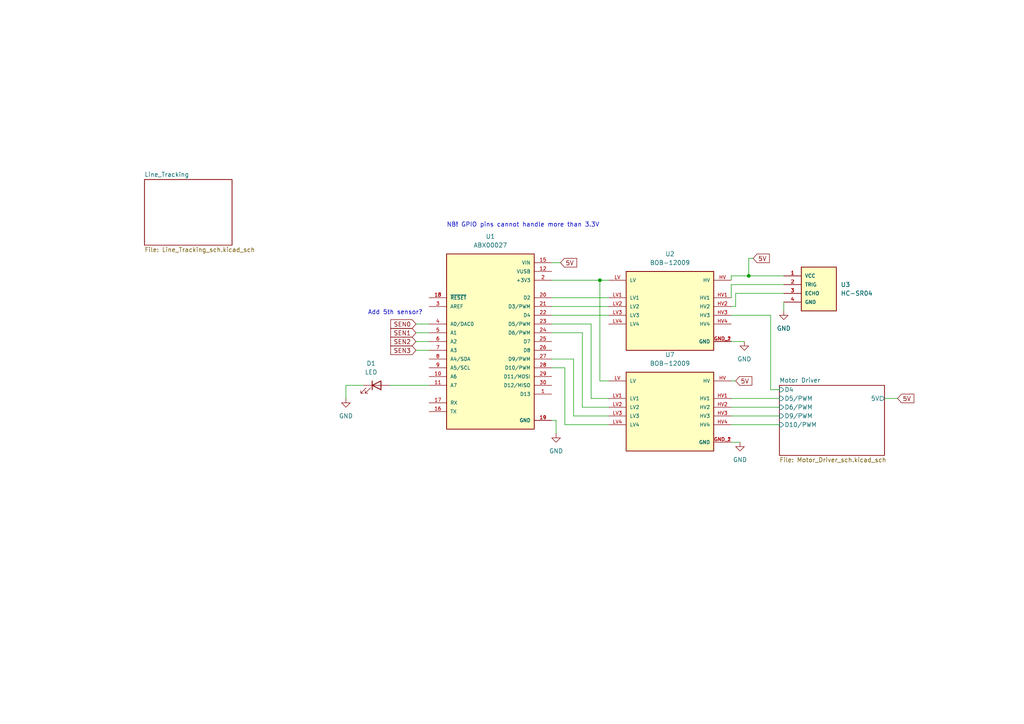
<source format=kicad_sch>
(kicad_sch (version 20211123) (generator eeschema)

  (uuid 3bb0634e-6d15-48de-87e1-6036803e85a1)

  (paper "A4")

  (title_block
    (title "Line Following Robot Schematic")
    (date "2023-08-06")
    (rev "v1.0")
    (comment 2 "EEE3099F")
    (comment 3 "University of Cape Town")
    (comment 4 "Friso Vijverberg")
  )

  (lib_symbols
    (symbol "Arduino_Nano_33_IoT:ABX00027" (pin_names (offset 1.016)) (in_bom yes) (on_board yes)
      (property "Reference" "U" (id 0) (at -12.7 26.67 0)
        (effects (font (size 1.27 1.27)) (justify left bottom))
      )
      (property "Value" "ABX00027" (id 1) (at -12.7 -26.67 0)
        (effects (font (size 1.27 1.27)) (justify left top))
      )
      (property "Footprint" "MODULE_ABX00027" (id 2) (at 0 0 0)
        (effects (font (size 1.27 1.27)) (justify bottom) hide)
      )
      (property "Datasheet" "" (id 3) (at 0 0 0)
        (effects (font (size 1.27 1.27)) hide)
      )
      (property "MF" "Arduino" (id 4) (at 0 0 0)
        (effects (font (size 1.27 1.27)) (justify bottom) hide)
      )
      (property "DESCRIPTION" "ATSAMD21G18A Arduino Nano 33 IoT SAM D ARM® Cortex®-M0+ MCU 32-Bit Embedded Evaluation Board" (id 5) (at 0 0 0)
        (effects (font (size 1.27 1.27)) (justify bottom) hide)
      )
      (property "PACKAGE" "None" (id 6) (at 0 0 0)
        (effects (font (size 1.27 1.27)) (justify bottom) hide)
      )
      (property "PRICE" "None" (id 7) (at 0 0 0)
        (effects (font (size 1.27 1.27)) (justify bottom) hide)
      )
      (property "MP" "ABX00027" (id 8) (at 0 0 0)
        (effects (font (size 1.27 1.27)) (justify bottom) hide)
      )
      (property "DIGIKEY-PURCHASE-URL" "https://snapeda.com/shop?store=DigiKey&id=3949339" (id 9) (at 0 0 0)
        (effects (font (size 1.27 1.27)) (justify bottom) hide)
      )
      (property "AVAILABILITY" "Unavailable" (id 10) (at 0 0 0)
        (effects (font (size 1.27 1.27)) (justify bottom) hide)
      )
      (symbol "ABX00027_0_0"
        (rectangle (start -12.7 -25.4) (end 12.7 25.4)
          (stroke (width 0.254) (type default) (color 0 0 0 0))
          (fill (type background))
        )
        (pin bidirectional line (at 17.78 -15.24 180) (length 5.08)
          (name "D13" (effects (font (size 1.016 1.016))))
          (number "1" (effects (font (size 1.016 1.016))))
        )
        (pin input line (at -17.78 -10.16 0) (length 5.08)
          (name "A6" (effects (font (size 1.016 1.016))))
          (number "10" (effects (font (size 1.016 1.016))))
        )
        (pin input line (at -17.78 -12.7 0) (length 5.08)
          (name "A7" (effects (font (size 1.016 1.016))))
          (number "11" (effects (font (size 1.016 1.016))))
        )
        (pin power_in line (at 17.78 20.32 180) (length 5.08)
          (name "VUSB" (effects (font (size 1.016 1.016))))
          (number "12" (effects (font (size 1.016 1.016))))
        )
        (pin input line (at -17.78 12.7 0) (length 5.08)
          (name "~{RESET}" (effects (font (size 1.016 1.016))))
          (number "13" (effects (font (size 1.016 1.016))))
        )
        (pin power_in line (at 17.78 -22.86 180) (length 5.08)
          (name "GND" (effects (font (size 1.016 1.016))))
          (number "14" (effects (font (size 1.016 1.016))))
        )
        (pin power_in line (at 17.78 22.86 180) (length 5.08)
          (name "VIN" (effects (font (size 1.016 1.016))))
          (number "15" (effects (font (size 1.016 1.016))))
        )
        (pin bidirectional line (at -17.78 -20.32 0) (length 5.08)
          (name "TX" (effects (font (size 1.016 1.016))))
          (number "16" (effects (font (size 1.016 1.016))))
        )
        (pin bidirectional line (at -17.78 -17.78 0) (length 5.08)
          (name "RX" (effects (font (size 1.016 1.016))))
          (number "17" (effects (font (size 1.016 1.016))))
        )
        (pin input line (at -17.78 12.7 0) (length 5.08)
          (name "~{RESET}" (effects (font (size 1.016 1.016))))
          (number "18" (effects (font (size 1.016 1.016))))
        )
        (pin power_in line (at 17.78 -22.86 180) (length 5.08)
          (name "GND" (effects (font (size 1.016 1.016))))
          (number "19" (effects (font (size 1.016 1.016))))
        )
        (pin power_in line (at 17.78 17.78 180) (length 5.08)
          (name "+3V3" (effects (font (size 1.016 1.016))))
          (number "2" (effects (font (size 1.016 1.016))))
        )
        (pin bidirectional line (at 17.78 12.7 180) (length 5.08)
          (name "D2" (effects (font (size 1.016 1.016))))
          (number "20" (effects (font (size 1.016 1.016))))
        )
        (pin bidirectional line (at 17.78 10.16 180) (length 5.08)
          (name "D3/PWM" (effects (font (size 1.016 1.016))))
          (number "21" (effects (font (size 1.016 1.016))))
        )
        (pin bidirectional line (at 17.78 7.62 180) (length 5.08)
          (name "D4" (effects (font (size 1.016 1.016))))
          (number "22" (effects (font (size 1.016 1.016))))
        )
        (pin bidirectional line (at 17.78 5.08 180) (length 5.08)
          (name "D5/PWM" (effects (font (size 1.016 1.016))))
          (number "23" (effects (font (size 1.016 1.016))))
        )
        (pin bidirectional line (at 17.78 2.54 180) (length 5.08)
          (name "D6/PWM" (effects (font (size 1.016 1.016))))
          (number "24" (effects (font (size 1.016 1.016))))
        )
        (pin bidirectional line (at 17.78 0 180) (length 5.08)
          (name "D7" (effects (font (size 1.016 1.016))))
          (number "25" (effects (font (size 1.016 1.016))))
        )
        (pin bidirectional line (at 17.78 -2.54 180) (length 5.08)
          (name "D8" (effects (font (size 1.016 1.016))))
          (number "26" (effects (font (size 1.016 1.016))))
        )
        (pin bidirectional line (at 17.78 -5.08 180) (length 5.08)
          (name "D9/PWM" (effects (font (size 1.016 1.016))))
          (number "27" (effects (font (size 1.016 1.016))))
        )
        (pin bidirectional line (at 17.78 -7.62 180) (length 5.08)
          (name "D10/PWM" (effects (font (size 1.016 1.016))))
          (number "28" (effects (font (size 1.016 1.016))))
        )
        (pin bidirectional line (at 17.78 -10.16 180) (length 5.08)
          (name "D11/MOSI" (effects (font (size 1.016 1.016))))
          (number "29" (effects (font (size 1.016 1.016))))
        )
        (pin input line (at -17.78 10.16 0) (length 5.08)
          (name "AREF" (effects (font (size 1.016 1.016))))
          (number "3" (effects (font (size 1.016 1.016))))
        )
        (pin bidirectional line (at 17.78 -12.7 180) (length 5.08)
          (name "D12/MISO" (effects (font (size 1.016 1.016))))
          (number "30" (effects (font (size 1.016 1.016))))
        )
        (pin bidirectional line (at -17.78 5.08 0) (length 5.08)
          (name "A0/DAC0" (effects (font (size 1.016 1.016))))
          (number "4" (effects (font (size 1.016 1.016))))
        )
        (pin input line (at -17.78 2.54 0) (length 5.08)
          (name "A1" (effects (font (size 1.016 1.016))))
          (number "5" (effects (font (size 1.016 1.016))))
        )
        (pin input line (at -17.78 0 0) (length 5.08)
          (name "A2" (effects (font (size 1.016 1.016))))
          (number "6" (effects (font (size 1.016 1.016))))
        )
        (pin input line (at -17.78 -2.54 0) (length 5.08)
          (name "A3" (effects (font (size 1.016 1.016))))
          (number "7" (effects (font (size 1.016 1.016))))
        )
        (pin input line (at -17.78 -5.08 0) (length 5.08)
          (name "A4/SDA" (effects (font (size 1.016 1.016))))
          (number "8" (effects (font (size 1.016 1.016))))
        )
        (pin input line (at -17.78 -7.62 0) (length 5.08)
          (name "A5/SCL" (effects (font (size 1.016 1.016))))
          (number "9" (effects (font (size 1.016 1.016))))
        )
      )
    )
    (symbol "BOB-12009:BOB-12009" (pin_names (offset 1.016)) (in_bom yes) (on_board yes)
      (property "Reference" "U" (id 0) (at -12.7 11.43 0)
        (effects (font (size 1.27 1.27)) (justify left bottom))
      )
      (property "Value" "BOB-12009" (id 1) (at -12.7 -15.24 0)
        (effects (font (size 1.27 1.27)) (justify left bottom))
      )
      (property "Footprint" "CONV_BOB-12009" (id 2) (at 0 0 0)
        (effects (font (size 1.27 1.27)) (justify bottom) hide)
      )
      (property "Datasheet" "" (id 3) (at 0 0 0)
        (effects (font (size 1.27 1.27)) hide)
      )
      (property "PARTREV" "01" (id 4) (at 0 0 0)
        (effects (font (size 1.27 1.27)) (justify bottom) hide)
      )
      (property "STANDARD" "Manufacturer Recommendations" (id 5) (at 0 0 0)
        (effects (font (size 1.27 1.27)) (justify bottom) hide)
      )
      (property "MAXIMUM_PACKAGE_HEIGHT" "N/A" (id 6) (at 0 0 0)
        (effects (font (size 1.27 1.27)) (justify bottom) hide)
      )
      (property "MANUFACTURER" "SparkFun Electronics" (id 7) (at 0 0 0)
        (effects (font (size 1.27 1.27)) (justify bottom) hide)
      )
      (symbol "BOB-12009_0_0"
        (rectangle (start -12.7 -12.7) (end 12.7 10.16)
          (stroke (width 0.254) (type default) (color 0 0 0 0))
          (fill (type background))
        )
        (pin power_in line (at 17.78 -10.16 180) (length 5.08)
          (name "GND" (effects (font (size 1.016 1.016))))
          (number "GND_1" (effects (font (size 1.016 1.016))))
        )
        (pin power_in line (at 17.78 -10.16 180) (length 5.08)
          (name "GND" (effects (font (size 1.016 1.016))))
          (number "GND_2" (effects (font (size 1.016 1.016))))
        )
        (pin bidirectional line (at 17.78 7.62 180) (length 5.08)
          (name "HV" (effects (font (size 1.016 1.016))))
          (number "HV" (effects (font (size 1.016 1.016))))
        )
        (pin bidirectional line (at 17.78 2.54 180) (length 5.08)
          (name "HV1" (effects (font (size 1.016 1.016))))
          (number "HV1" (effects (font (size 1.016 1.016))))
        )
        (pin bidirectional line (at 17.78 0 180) (length 5.08)
          (name "HV2" (effects (font (size 1.016 1.016))))
          (number "HV2" (effects (font (size 1.016 1.016))))
        )
        (pin bidirectional line (at 17.78 -2.54 180) (length 5.08)
          (name "HV3" (effects (font (size 1.016 1.016))))
          (number "HV3" (effects (font (size 1.016 1.016))))
        )
        (pin bidirectional line (at 17.78 -5.08 180) (length 5.08)
          (name "HV4" (effects (font (size 1.016 1.016))))
          (number "HV4" (effects (font (size 1.016 1.016))))
        )
        (pin bidirectional line (at -17.78 7.62 0) (length 5.08)
          (name "LV" (effects (font (size 1.016 1.016))))
          (number "LV" (effects (font (size 1.016 1.016))))
        )
        (pin bidirectional line (at -17.78 2.54 0) (length 5.08)
          (name "LV1" (effects (font (size 1.016 1.016))))
          (number "LV1" (effects (font (size 1.016 1.016))))
        )
        (pin bidirectional line (at -17.78 0 0) (length 5.08)
          (name "LV2" (effects (font (size 1.016 1.016))))
          (number "LV2" (effects (font (size 1.016 1.016))))
        )
        (pin bidirectional line (at -17.78 -2.54 0) (length 5.08)
          (name "LV3" (effects (font (size 1.016 1.016))))
          (number "LV3" (effects (font (size 1.016 1.016))))
        )
        (pin bidirectional line (at -17.78 -5.08 0) (length 5.08)
          (name "LV4" (effects (font (size 1.016 1.016))))
          (number "LV4" (effects (font (size 1.016 1.016))))
        )
      )
    )
    (symbol "Device:LED" (pin_numbers hide) (pin_names (offset 1.016) hide) (in_bom yes) (on_board yes)
      (property "Reference" "D" (id 0) (at 0 2.54 0)
        (effects (font (size 1.27 1.27)))
      )
      (property "Value" "LED" (id 1) (at 0 -2.54 0)
        (effects (font (size 1.27 1.27)))
      )
      (property "Footprint" "" (id 2) (at 0 0 0)
        (effects (font (size 1.27 1.27)) hide)
      )
      (property "Datasheet" "~" (id 3) (at 0 0 0)
        (effects (font (size 1.27 1.27)) hide)
      )
      (property "ki_keywords" "LED diode" (id 4) (at 0 0 0)
        (effects (font (size 1.27 1.27)) hide)
      )
      (property "ki_description" "Light emitting diode" (id 5) (at 0 0 0)
        (effects (font (size 1.27 1.27)) hide)
      )
      (property "ki_fp_filters" "LED* LED_SMD:* LED_THT:*" (id 6) (at 0 0 0)
        (effects (font (size 1.27 1.27)) hide)
      )
      (symbol "LED_0_1"
        (polyline
          (pts
            (xy -1.27 -1.27)
            (xy -1.27 1.27)
          )
          (stroke (width 0.254) (type default) (color 0 0 0 0))
          (fill (type none))
        )
        (polyline
          (pts
            (xy -1.27 0)
            (xy 1.27 0)
          )
          (stroke (width 0) (type default) (color 0 0 0 0))
          (fill (type none))
        )
        (polyline
          (pts
            (xy 1.27 -1.27)
            (xy 1.27 1.27)
            (xy -1.27 0)
            (xy 1.27 -1.27)
          )
          (stroke (width 0.254) (type default) (color 0 0 0 0))
          (fill (type none))
        )
        (polyline
          (pts
            (xy -3.048 -0.762)
            (xy -4.572 -2.286)
            (xy -3.81 -2.286)
            (xy -4.572 -2.286)
            (xy -4.572 -1.524)
          )
          (stroke (width 0) (type default) (color 0 0 0 0))
          (fill (type none))
        )
        (polyline
          (pts
            (xy -1.778 -0.762)
            (xy -3.302 -2.286)
            (xy -2.54 -2.286)
            (xy -3.302 -2.286)
            (xy -3.302 -1.524)
          )
          (stroke (width 0) (type default) (color 0 0 0 0))
          (fill (type none))
        )
      )
      (symbol "LED_1_1"
        (pin passive line (at -3.81 0 0) (length 2.54)
          (name "K" (effects (font (size 1.27 1.27))))
          (number "1" (effects (font (size 1.27 1.27))))
        )
        (pin passive line (at 3.81 0 180) (length 2.54)
          (name "A" (effects (font (size 1.27 1.27))))
          (number "2" (effects (font (size 1.27 1.27))))
        )
      )
    )
    (symbol "HC-SR04:HC-SR04" (pin_names (offset 1.016)) (in_bom yes) (on_board yes)
      (property "Reference" "U" (id 0) (at 0 5.0813 0)
        (effects (font (size 1.27 1.27)) (justify left bottom))
      )
      (property "Value" "HC-SR04" (id 1) (at 0 -10.163 0)
        (effects (font (size 1.27 1.27)) (justify left bottom))
      )
      (property "Footprint" "XCVR_HC-SR04" (id 2) (at 0 0 0)
        (effects (font (size 1.27 1.27)) (justify bottom) hide)
      )
      (property "Datasheet" "" (id 3) (at 0 0 0)
        (effects (font (size 1.27 1.27)) hide)
      )
      (property "MANUFACTURER" "Osepp" (id 4) (at 0 0 0)
        (effects (font (size 1.27 1.27)) (justify bottom) hide)
      )
      (symbol "HC-SR04_0_0"
        (rectangle (start 0 -7.62) (end 10.16 5.08)
          (stroke (width 0.254) (type default) (color 0 0 0 0))
          (fill (type background))
        )
        (pin power_in line (at -5.08 2.54 0) (length 5.08)
          (name "VCC" (effects (font (size 1.016 1.016))))
          (number "1" (effects (font (size 1.016 1.016))))
        )
        (pin bidirectional line (at -5.08 0 0) (length 5.08)
          (name "TRIG" (effects (font (size 1.016 1.016))))
          (number "2" (effects (font (size 1.016 1.016))))
        )
        (pin bidirectional line (at -5.08 -2.54 0) (length 5.08)
          (name "ECHO" (effects (font (size 1.016 1.016))))
          (number "3" (effects (font (size 1.016 1.016))))
        )
        (pin power_in line (at -5.08 -5.08 0) (length 5.08)
          (name "GND" (effects (font (size 1.016 1.016))))
          (number "4" (effects (font (size 1.016 1.016))))
        )
      )
    )
    (symbol "power:GND" (power) (pin_names (offset 0)) (in_bom yes) (on_board yes)
      (property "Reference" "#PWR" (id 0) (at 0 -6.35 0)
        (effects (font (size 1.27 1.27)) hide)
      )
      (property "Value" "GND" (id 1) (at 0 -3.81 0)
        (effects (font (size 1.27 1.27)))
      )
      (property "Footprint" "" (id 2) (at 0 0 0)
        (effects (font (size 1.27 1.27)) hide)
      )
      (property "Datasheet" "" (id 3) (at 0 0 0)
        (effects (font (size 1.27 1.27)) hide)
      )
      (property "ki_keywords" "power-flag" (id 4) (at 0 0 0)
        (effects (font (size 1.27 1.27)) hide)
      )
      (property "ki_description" "Power symbol creates a global label with name \"GND\" , ground" (id 5) (at 0 0 0)
        (effects (font (size 1.27 1.27)) hide)
      )
      (symbol "GND_0_1"
        (polyline
          (pts
            (xy 0 0)
            (xy 0 -1.27)
            (xy 1.27 -1.27)
            (xy 0 -2.54)
            (xy -1.27 -1.27)
            (xy 0 -1.27)
          )
          (stroke (width 0) (type default) (color 0 0 0 0))
          (fill (type none))
        )
      )
      (symbol "GND_1_1"
        (pin power_in line (at 0 0 270) (length 0) hide
          (name "GND" (effects (font (size 1.27 1.27))))
          (number "1" (effects (font (size 1.27 1.27))))
        )
      )
    )
  )

  (junction (at 173.99 81.28) (diameter 0) (color 0 0 0 0)
    (uuid 3a945cc8-e07e-4121-8feb-fe145b12455b)
  )
  (junction (at 217.17 80.01) (diameter 0) (color 0 0 0 0)
    (uuid 6be474f0-4350-4d35-b009-355397725a1c)
  )

  (wire (pts (xy 166.37 120.65) (xy 176.53 120.65))
    (stroke (width 0) (type default) (color 0 0 0 0))
    (uuid 007a74d9-3b85-40b7-8986-98ba7cdee330)
  )
  (wire (pts (xy 218.44 74.93) (xy 217.17 74.93))
    (stroke (width 0) (type default) (color 0 0 0 0))
    (uuid 07bc0666-b004-4f35-b9c0-1bab2cf9741e)
  )
  (wire (pts (xy 120.65 99.06) (xy 124.46 99.06))
    (stroke (width 0) (type default) (color 0 0 0 0))
    (uuid 0d792834-bc31-4b80-b6d6-3217efe64d66)
  )
  (wire (pts (xy 168.91 118.11) (xy 168.91 96.52))
    (stroke (width 0) (type default) (color 0 0 0 0))
    (uuid 126b5327-c972-4b55-8a78-5fe9592dd04d)
  )
  (wire (pts (xy 168.91 118.11) (xy 176.53 118.11))
    (stroke (width 0) (type default) (color 0 0 0 0))
    (uuid 19ec985e-17ab-4a74-834b-c4466928f77d)
  )
  (wire (pts (xy 120.65 101.6) (xy 124.46 101.6))
    (stroke (width 0) (type default) (color 0 0 0 0))
    (uuid 1a241f40-f903-4ab2-9649-61eadfcb47c7)
  )
  (wire (pts (xy 212.09 80.01) (xy 217.17 80.01))
    (stroke (width 0) (type default) (color 0 0 0 0))
    (uuid 1c41584f-8d23-40a6-8af5-fcd23db94d3f)
  )
  (wire (pts (xy 160.02 81.28) (xy 173.99 81.28))
    (stroke (width 0) (type default) (color 0 0 0 0))
    (uuid 2ad5ad7c-7052-42fc-bccc-373588cba447)
  )
  (wire (pts (xy 160.02 86.36) (xy 176.53 86.36))
    (stroke (width 0) (type default) (color 0 0 0 0))
    (uuid 2c74d53e-28e8-48a2-bb2d-12c56fca21a4)
  )
  (wire (pts (xy 212.09 115.57) (xy 226.06 115.57))
    (stroke (width 0) (type default) (color 0 0 0 0))
    (uuid 2db1297e-58de-4348-99e6-8f96ff0bbf72)
  )
  (wire (pts (xy 217.17 80.01) (xy 227.33 80.01))
    (stroke (width 0) (type default) (color 0 0 0 0))
    (uuid 34d883fa-9f33-4def-b7c1-586ad0fbb66e)
  )
  (wire (pts (xy 212.09 86.36) (xy 212.09 82.55))
    (stroke (width 0) (type default) (color 0 0 0 0))
    (uuid 37c2cb6e-d261-48f3-b5bd-22fd284b973f)
  )
  (wire (pts (xy 173.99 81.28) (xy 176.53 81.28))
    (stroke (width 0) (type default) (color 0 0 0 0))
    (uuid 3f0ea152-bd0c-45c4-99e5-8384683ae97d)
  )
  (wire (pts (xy 171.45 93.98) (xy 171.45 115.57))
    (stroke (width 0) (type default) (color 0 0 0 0))
    (uuid 41b8833a-64b1-4914-acae-b41d8e62555d)
  )
  (wire (pts (xy 212.09 99.06) (xy 215.9 99.06))
    (stroke (width 0) (type default) (color 0 0 0 0))
    (uuid 423f3e18-bc0c-4bd7-bdc3-288e1a408650)
  )
  (wire (pts (xy 213.36 88.9) (xy 213.36 85.09))
    (stroke (width 0) (type default) (color 0 0 0 0))
    (uuid 47da04d3-878b-44e3-8f9b-e185d3d4a2f4)
  )
  (wire (pts (xy 168.91 96.52) (xy 160.02 96.52))
    (stroke (width 0) (type default) (color 0 0 0 0))
    (uuid 4e0ebd34-4f5c-456b-bd65-dd6542ac4010)
  )
  (wire (pts (xy 212.09 81.28) (xy 212.09 80.01))
    (stroke (width 0) (type default) (color 0 0 0 0))
    (uuid 630f9c32-1c1e-4eeb-b973-6c325c740203)
  )
  (wire (pts (xy 163.83 106.68) (xy 163.83 123.19))
    (stroke (width 0) (type default) (color 0 0 0 0))
    (uuid 6436313f-7985-413f-9ebc-90772d1cd28d)
  )
  (wire (pts (xy 120.65 93.98) (xy 124.46 93.98))
    (stroke (width 0) (type default) (color 0 0 0 0))
    (uuid 6de30589-ecaf-49ce-a5b5-ff657b831d05)
  )
  (wire (pts (xy 212.09 118.11) (xy 226.06 118.11))
    (stroke (width 0) (type default) (color 0 0 0 0))
    (uuid 72b499f6-7da5-4e1f-b516-bf6eb6129df6)
  )
  (wire (pts (xy 173.99 110.49) (xy 173.99 81.28))
    (stroke (width 0) (type default) (color 0 0 0 0))
    (uuid 740d7cd2-a2c3-423d-85b4-6c42bc1e4e90)
  )
  (wire (pts (xy 160.02 93.98) (xy 171.45 93.98))
    (stroke (width 0) (type default) (color 0 0 0 0))
    (uuid 767e595f-8461-42e4-a028-548d6327c3d5)
  )
  (wire (pts (xy 176.53 110.49) (xy 173.99 110.49))
    (stroke (width 0) (type default) (color 0 0 0 0))
    (uuid 772c0b58-3e2b-4868-b19f-4eb5897d1ffa)
  )
  (wire (pts (xy 160.02 91.44) (xy 176.53 91.44))
    (stroke (width 0) (type default) (color 0 0 0 0))
    (uuid 77c9a2f1-3fab-4d3f-8b9f-ab3f6c24761e)
  )
  (wire (pts (xy 213.36 85.09) (xy 227.33 85.09))
    (stroke (width 0) (type default) (color 0 0 0 0))
    (uuid 7a0b91a2-db65-4922-b9ea-f1699cee69cc)
  )
  (wire (pts (xy 212.09 120.65) (xy 226.06 120.65))
    (stroke (width 0) (type default) (color 0 0 0 0))
    (uuid 7cb60e2e-20e4-4577-864f-d6acc62badcd)
  )
  (wire (pts (xy 256.54 115.57) (xy 260.35 115.57))
    (stroke (width 0) (type default) (color 0 0 0 0))
    (uuid 7d1ff1ad-5b65-4479-bddd-7adab5cb9741)
  )
  (wire (pts (xy 212.09 91.44) (xy 223.52 91.44))
    (stroke (width 0) (type default) (color 0 0 0 0))
    (uuid 8169ed6b-0c33-42b8-ac0b-1f0d325e1719)
  )
  (wire (pts (xy 163.83 123.19) (xy 176.53 123.19))
    (stroke (width 0) (type default) (color 0 0 0 0))
    (uuid 84139207-9b53-4532-b5f2-7609ad32efa3)
  )
  (wire (pts (xy 160.02 88.9) (xy 176.53 88.9))
    (stroke (width 0) (type default) (color 0 0 0 0))
    (uuid 848134cb-d223-4f0c-96a3-aa6d08d296ac)
  )
  (wire (pts (xy 160.02 121.92) (xy 161.29 121.92))
    (stroke (width 0) (type default) (color 0 0 0 0))
    (uuid 86596ead-92bf-4dba-8302-a783e0707dd7)
  )
  (wire (pts (xy 100.33 111.76) (xy 105.41 111.76))
    (stroke (width 0) (type default) (color 0 0 0 0))
    (uuid 8a9ce0b6-bd1c-4a0d-b562-01bb7d1bf0d6)
  )
  (wire (pts (xy 212.09 123.19) (xy 226.06 123.19))
    (stroke (width 0) (type default) (color 0 0 0 0))
    (uuid 9c1eea7f-5ccd-4ef6-ab2c-7a76028fc0ff)
  )
  (wire (pts (xy 160.02 106.68) (xy 163.83 106.68))
    (stroke (width 0) (type default) (color 0 0 0 0))
    (uuid a2b66be9-d1b1-48b7-9ff4-866228893086)
  )
  (wire (pts (xy 166.37 104.14) (xy 166.37 120.65))
    (stroke (width 0) (type default) (color 0 0 0 0))
    (uuid a3a89a72-e530-4ed3-b46c-d092eec16357)
  )
  (wire (pts (xy 223.52 113.03) (xy 226.06 113.03))
    (stroke (width 0) (type default) (color 0 0 0 0))
    (uuid a44043e6-9e91-4d8d-878d-7150c62f8861)
  )
  (wire (pts (xy 227.33 87.63) (xy 227.33 90.17))
    (stroke (width 0) (type default) (color 0 0 0 0))
    (uuid b1cd4fe7-ec37-4d8c-86c7-0348690e171f)
  )
  (wire (pts (xy 120.65 96.52) (xy 124.46 96.52))
    (stroke (width 0) (type default) (color 0 0 0 0))
    (uuid b5486811-7ccb-40d5-874d-9b1ee7ddeedd)
  )
  (wire (pts (xy 223.52 91.44) (xy 223.52 113.03))
    (stroke (width 0) (type default) (color 0 0 0 0))
    (uuid b972836c-5cf0-4e8c-a9a7-6449ab5794f3)
  )
  (wire (pts (xy 212.09 110.49) (xy 213.36 110.49))
    (stroke (width 0) (type default) (color 0 0 0 0))
    (uuid c387067a-0355-4a57-b8c4-4c8fb8a89b33)
  )
  (wire (pts (xy 113.03 111.76) (xy 124.46 111.76))
    (stroke (width 0) (type default) (color 0 0 0 0))
    (uuid c7f22723-4af1-4278-ae8a-6c4ee370f6d6)
  )
  (wire (pts (xy 100.33 115.57) (xy 100.33 111.76))
    (stroke (width 0) (type default) (color 0 0 0 0))
    (uuid cf33ce67-77e0-4fa7-9f0f-599e4eab1a6a)
  )
  (wire (pts (xy 160.02 104.14) (xy 166.37 104.14))
    (stroke (width 0) (type default) (color 0 0 0 0))
    (uuid d247281d-83e7-45fe-b165-8972d724e539)
  )
  (wire (pts (xy 212.09 88.9) (xy 213.36 88.9))
    (stroke (width 0) (type default) (color 0 0 0 0))
    (uuid d5e7cbb7-8ef8-4e36-935c-d3381e161b28)
  )
  (wire (pts (xy 212.09 82.55) (xy 227.33 82.55))
    (stroke (width 0) (type default) (color 0 0 0 0))
    (uuid d7dd5a45-75c8-4615-9d06-35bd4d027013)
  )
  (wire (pts (xy 162.56 76.2) (xy 160.02 76.2))
    (stroke (width 0) (type default) (color 0 0 0 0))
    (uuid e6fe3606-e16c-4b4e-b7f2-8465b043864c)
  )
  (wire (pts (xy 212.09 128.27) (xy 214.63 128.27))
    (stroke (width 0) (type default) (color 0 0 0 0))
    (uuid eba2c5ce-af1e-4d8b-b8c0-217fa5ba0fa2)
  )
  (wire (pts (xy 217.17 74.93) (xy 217.17 80.01))
    (stroke (width 0) (type default) (color 0 0 0 0))
    (uuid f2745e8a-6720-4006-843a-94c6e742171f)
  )
  (wire (pts (xy 171.45 115.57) (xy 176.53 115.57))
    (stroke (width 0) (type default) (color 0 0 0 0))
    (uuid f5e61439-449d-45e1-8640-e7f0522f7688)
  )
  (wire (pts (xy 161.29 121.92) (xy 161.29 125.73))
    (stroke (width 0) (type default) (color 0 0 0 0))
    (uuid f7f63919-3a42-4564-95d5-4a64b2cb925f)
  )

  (text "Add 5th sensor?\n" (at 106.68 91.44 0)
    (effects (font (size 1.27 1.27)) (justify left bottom))
    (uuid 47d6d33a-55e0-4dd7-b90a-12ee4b7d4ccc)
  )
  (text "NB! GPIO pins cannot handle more than 3.3V" (at 129.54 66.04 0)
    (effects (font (size 1.27 1.27)) (justify left bottom))
    (uuid f35efe7a-85e9-4e1b-9434-de9569128b46)
  )

  (global_label "SEN0" (shape input) (at 120.65 93.98 180) (fields_autoplaced)
    (effects (font (size 1.27 1.27)) (justify right))
    (uuid 1e914e9b-bc11-409a-87cb-22c16eb15fa0)
    (property "Intersheet References" "${INTERSHEET_REFS}" (id 0) (at 113.3383 93.9006 0)
      (effects (font (size 1.27 1.27)) (justify right) hide)
    )
  )
  (global_label "5V" (shape input) (at 218.44 74.93 0) (fields_autoplaced)
    (effects (font (size 1.27 1.27)) (justify left))
    (uuid 508c19ed-8283-4362-954f-fd21ddf2b4af)
    (property "Intersheet References" "${INTERSHEET_REFS}" (id 0) (at 223.1512 74.8506 0)
      (effects (font (size 1.27 1.27)) (justify left) hide)
    )
  )
  (global_label "SEN2" (shape input) (at 120.65 99.06 180) (fields_autoplaced)
    (effects (font (size 1.27 1.27)) (justify right))
    (uuid 8ee9a62e-94e8-470e-b423-4172b264c53d)
    (property "Intersheet References" "${INTERSHEET_REFS}" (id 0) (at 113.3383 98.9806 0)
      (effects (font (size 1.27 1.27)) (justify right) hide)
    )
  )
  (global_label "5V" (shape input) (at 213.36 110.49 0) (fields_autoplaced)
    (effects (font (size 1.27 1.27)) (justify left))
    (uuid b5f558aa-d978-4b90-8eff-e21fc936a75d)
    (property "Intersheet References" "${INTERSHEET_REFS}" (id 0) (at 218.0712 110.4106 0)
      (effects (font (size 1.27 1.27)) (justify left) hide)
    )
  )
  (global_label "SEN1" (shape input) (at 120.65 96.52 180) (fields_autoplaced)
    (effects (font (size 1.27 1.27)) (justify right))
    (uuid c5a627df-7517-4b09-b17a-43e17bee7863)
    (property "Intersheet References" "${INTERSHEET_REFS}" (id 0) (at 113.3383 96.4406 0)
      (effects (font (size 1.27 1.27)) (justify right) hide)
    )
  )
  (global_label "5V" (shape input) (at 260.35 115.57 0) (fields_autoplaced)
    (effects (font (size 1.27 1.27)) (justify left))
    (uuid daff9376-69af-4f81-bcb9-fd3062eb2cb2)
    (property "Intersheet References" "${INTERSHEET_REFS}" (id 0) (at 265.0612 115.4906 0)
      (effects (font (size 1.27 1.27)) (justify left) hide)
    )
  )
  (global_label "5V" (shape input) (at 162.56 76.2 0) (fields_autoplaced)
    (effects (font (size 1.27 1.27)) (justify left))
    (uuid e4815a64-67bc-4279-8d2d-958db535aaec)
    (property "Intersheet References" "${INTERSHEET_REFS}" (id 0) (at 167.2712 76.1206 0)
      (effects (font (size 1.27 1.27)) (justify left) hide)
    )
  )
  (global_label "SEN3" (shape input) (at 120.65 101.6 180) (fields_autoplaced)
    (effects (font (size 1.27 1.27)) (justify right))
    (uuid f0af0240-74b0-40d2-9eb6-1914f5f9d8a0)
    (property "Intersheet References" "${INTERSHEET_REFS}" (id 0) (at 113.3383 101.5206 0)
      (effects (font (size 1.27 1.27)) (justify right) hide)
    )
  )

  (symbol (lib_id "Device:LED") (at 109.22 111.76 0) (unit 1)
    (in_bom yes) (on_board yes) (fields_autoplaced)
    (uuid 068f4445-91fc-40b1-8720-3ba0d678ebf9)
    (property "Reference" "D1" (id 0) (at 107.6325 105.41 0))
    (property "Value" "LED" (id 1) (at 107.6325 107.95 0))
    (property "Footprint" "" (id 2) (at 109.22 111.76 0)
      (effects (font (size 1.27 1.27)) hide)
    )
    (property "Datasheet" "~" (id 3) (at 109.22 111.76 0)
      (effects (font (size 1.27 1.27)) hide)
    )
    (pin "1" (uuid 8714b71c-c3a5-4400-b9da-ae9b4c16f55f))
    (pin "2" (uuid 3a2cfb8a-85a1-433f-a658-2002d9754c34))
  )

  (symbol (lib_id "power:GND") (at 214.63 128.27 0) (unit 1)
    (in_bom yes) (on_board yes) (fields_autoplaced)
    (uuid 3d9877e7-a944-40c0-bb3f-155908c3906b)
    (property "Reference" "#PWR0101" (id 0) (at 214.63 134.62 0)
      (effects (font (size 1.27 1.27)) hide)
    )
    (property "Value" "GND" (id 1) (at 214.63 133.35 0))
    (property "Footprint" "" (id 2) (at 214.63 128.27 0)
      (effects (font (size 1.27 1.27)) hide)
    )
    (property "Datasheet" "" (id 3) (at 214.63 128.27 0)
      (effects (font (size 1.27 1.27)) hide)
    )
    (pin "1" (uuid ff2f5c6c-0896-4061-8868-1a7e827213a6))
  )

  (symbol (lib_id "BOB-12009:BOB-12009") (at 194.31 118.11 0) (unit 1)
    (in_bom yes) (on_board yes) (fields_autoplaced)
    (uuid 86c8f08b-1bc9-41cf-aec5-2cd2d87b3a46)
    (property "Reference" "U7" (id 0) (at 194.31 102.87 0))
    (property "Value" "BOB-12009" (id 1) (at 194.31 105.41 0))
    (property "Footprint" "CONV_BOB-12009" (id 2) (at 194.31 118.11 0)
      (effects (font (size 1.27 1.27)) (justify bottom) hide)
    )
    (property "Datasheet" "" (id 3) (at 194.31 118.11 0)
      (effects (font (size 1.27 1.27)) hide)
    )
    (property "PARTREV" "01" (id 4) (at 194.31 118.11 0)
      (effects (font (size 1.27 1.27)) (justify bottom) hide)
    )
    (property "STANDARD" "Manufacturer Recommendations" (id 5) (at 194.31 118.11 0)
      (effects (font (size 1.27 1.27)) (justify bottom) hide)
    )
    (property "MAXIMUM_PACKAGE_HEIGHT" "N/A" (id 6) (at 194.31 118.11 0)
      (effects (font (size 1.27 1.27)) (justify bottom) hide)
    )
    (property "MANUFACTURER" "SparkFun Electronics" (id 7) (at 194.31 118.11 0)
      (effects (font (size 1.27 1.27)) (justify bottom) hide)
    )
    (pin "GND_1" (uuid 29ab1dea-f630-4f85-93f2-db7e477f1663))
    (pin "GND_2" (uuid c335b98a-2978-4d0e-be8c-7a48d72247f0))
    (pin "HV" (uuid f1298639-4677-47c6-84a8-5dd3b6fd31b8))
    (pin "HV1" (uuid eb5212b8-af2d-4f82-8787-9f0295286c50))
    (pin "HV2" (uuid 1d2923ec-a0d1-4cac-a528-a1d245e6dc20))
    (pin "HV3" (uuid 2d7744a7-af21-4e40-a728-adbac2eecd6a))
    (pin "HV4" (uuid a4bf806e-bc18-42e6-915f-569dcdb70247))
    (pin "LV" (uuid 748af324-97a8-4d9b-9b1b-002c27a5db2d))
    (pin "LV1" (uuid 2917da61-d2e9-45f2-ba72-483336bf1a55))
    (pin "LV2" (uuid b29bb0a4-11cb-4542-b6f5-6e76dfc04bd8))
    (pin "LV3" (uuid 90ce3435-cda5-4856-8a26-92d8b7ff8636))
    (pin "LV4" (uuid 6cda5296-0f34-42a0-9b0b-33e7f186be3b))
  )

  (symbol (lib_id "power:GND") (at 227.33 90.17 0) (unit 1)
    (in_bom yes) (on_board yes) (fields_autoplaced)
    (uuid 913a3871-57bc-44c7-a101-5c50ecc7d14b)
    (property "Reference" "#PWR04" (id 0) (at 227.33 96.52 0)
      (effects (font (size 1.27 1.27)) hide)
    )
    (property "Value" "GND" (id 1) (at 227.33 95.25 0))
    (property "Footprint" "" (id 2) (at 227.33 90.17 0)
      (effects (font (size 1.27 1.27)) hide)
    )
    (property "Datasheet" "" (id 3) (at 227.33 90.17 0)
      (effects (font (size 1.27 1.27)) hide)
    )
    (pin "1" (uuid 15fa2ef0-13fc-4180-8dd4-285291676c11))
  )

  (symbol (lib_id "HC-SR04:HC-SR04") (at 232.41 82.55 0) (unit 1)
    (in_bom yes) (on_board yes) (fields_autoplaced)
    (uuid b12a4002-be93-4f0c-85cd-b7e124ff5460)
    (property "Reference" "U3" (id 0) (at 243.84 82.5499 0)
      (effects (font (size 1.27 1.27)) (justify left))
    )
    (property "Value" "HC-SR04" (id 1) (at 243.84 85.0899 0)
      (effects (font (size 1.27 1.27)) (justify left))
    )
    (property "Footprint" "XCVR_HC-SR04" (id 2) (at 232.41 82.55 0)
      (effects (font (size 1.27 1.27)) (justify bottom) hide)
    )
    (property "Datasheet" "" (id 3) (at 232.41 82.55 0)
      (effects (font (size 1.27 1.27)) hide)
    )
    (property "MANUFACTURER" "Osepp" (id 4) (at 232.41 82.55 0)
      (effects (font (size 1.27 1.27)) (justify bottom) hide)
    )
    (pin "1" (uuid df803fd7-a257-44bd-9d60-076de516a5fe))
    (pin "2" (uuid 4bad7550-ad15-442a-ac3c-063d3ac7665d))
    (pin "3" (uuid 4494a6a8-d293-4a87-a736-ec8ec7070649))
    (pin "4" (uuid 89785edd-8bc1-476d-bea6-7f939d93d428))
  )

  (symbol (lib_id "BOB-12009:BOB-12009") (at 194.31 88.9 0) (unit 1)
    (in_bom yes) (on_board yes) (fields_autoplaced)
    (uuid bfcb43e5-5b9f-480b-9f5a-2b97e5cec4ce)
    (property "Reference" "U2" (id 0) (at 194.31 73.66 0))
    (property "Value" "BOB-12009" (id 1) (at 194.31 76.2 0))
    (property "Footprint" "CONV_BOB-12009" (id 2) (at 194.31 88.9 0)
      (effects (font (size 1.27 1.27)) (justify bottom) hide)
    )
    (property "Datasheet" "" (id 3) (at 194.31 88.9 0)
      (effects (font (size 1.27 1.27)) hide)
    )
    (property "PARTREV" "01" (id 4) (at 194.31 88.9 0)
      (effects (font (size 1.27 1.27)) (justify bottom) hide)
    )
    (property "STANDARD" "Manufacturer Recommendations" (id 5) (at 194.31 88.9 0)
      (effects (font (size 1.27 1.27)) (justify bottom) hide)
    )
    (property "MAXIMUM_PACKAGE_HEIGHT" "N/A" (id 6) (at 194.31 88.9 0)
      (effects (font (size 1.27 1.27)) (justify bottom) hide)
    )
    (property "MANUFACTURER" "SparkFun Electronics" (id 7) (at 194.31 88.9 0)
      (effects (font (size 1.27 1.27)) (justify bottom) hide)
    )
    (pin "GND_1" (uuid 415db00e-044e-4be4-beed-2156c1d60d74))
    (pin "GND_2" (uuid 0535c628-6fc2-4d11-9cd6-0e0aabaeef97))
    (pin "HV" (uuid 6c1f1a74-8dad-42fa-a39c-02f68ead969c))
    (pin "HV1" (uuid 3e16aea9-a4ea-4ec9-a3f6-39c6c9a9a636))
    (pin "HV2" (uuid 0d710a5e-a299-4676-a7d5-b9781e81dd31))
    (pin "HV3" (uuid ce1a2235-a713-46d5-84fd-4b475e79d2f5))
    (pin "HV4" (uuid 1008b47f-1a7b-4286-8f99-39f284ceeff7))
    (pin "LV" (uuid 7e975df6-4025-41e7-be84-5b45c51e37ed))
    (pin "LV1" (uuid 0d38efa6-3345-4fe3-be17-da4aa87af2ca))
    (pin "LV2" (uuid b3d8d2df-784d-4aae-96a6-f31cab48f717))
    (pin "LV3" (uuid 69ee852f-97bd-4dbf-a8c3-ca6295f13597))
    (pin "LV4" (uuid 3a310231-153b-4f4c-bf82-768efa56f92f))
  )

  (symbol (lib_id "Arduino_Nano_33_IoT:ABX00027") (at 142.24 99.06 0) (unit 1)
    (in_bom yes) (on_board yes) (fields_autoplaced)
    (uuid ccae42a2-6396-45c3-9edd-49bb15cfd708)
    (property "Reference" "U1" (id 0) (at 142.24 68.58 0))
    (property "Value" "ABX00027" (id 1) (at 142.24 71.12 0))
    (property "Footprint" "MODULE_ABX00027" (id 2) (at 142.24 99.06 0)
      (effects (font (size 1.27 1.27)) (justify bottom) hide)
    )
    (property "Datasheet" "" (id 3) (at 142.24 99.06 0)
      (effects (font (size 1.27 1.27)) hide)
    )
    (property "MF" "Arduino" (id 4) (at 142.24 99.06 0)
      (effects (font (size 1.27 1.27)) (justify bottom) hide)
    )
    (property "DESCRIPTION" "ATSAMD21G18A Arduino Nano 33 IoT SAM D ARM® Cortex®-M0+ MCU 32-Bit Embedded Evaluation Board" (id 5) (at 142.24 99.06 0)
      (effects (font (size 1.27 1.27)) (justify bottom) hide)
    )
    (property "PACKAGE" "None" (id 6) (at 142.24 99.06 0)
      (effects (font (size 1.27 1.27)) (justify bottom) hide)
    )
    (property "PRICE" "None" (id 7) (at 142.24 99.06 0)
      (effects (font (size 1.27 1.27)) (justify bottom) hide)
    )
    (property "MP" "ABX00027" (id 8) (at 142.24 99.06 0)
      (effects (font (size 1.27 1.27)) (justify bottom) hide)
    )
    (property "DIGIKEY-PURCHASE-URL" "https://snapeda.com/shop?store=DigiKey&id=3949339" (id 9) (at 142.24 99.06 0)
      (effects (font (size 1.27 1.27)) (justify bottom) hide)
    )
    (property "AVAILABILITY" "Unavailable" (id 10) (at 142.24 99.06 0)
      (effects (font (size 1.27 1.27)) (justify bottom) hide)
    )
    (pin "1" (uuid 28a152bb-e777-4492-b9bd-3be245fc2245))
    (pin "10" (uuid 5da83184-bd53-4234-86cd-174b6f06a0dc))
    (pin "11" (uuid 041d211b-d2e4-4479-b62e-866c47bd1c9c))
    (pin "12" (uuid 6da3f286-8cfc-4770-be20-e46f2b7c14b9))
    (pin "13" (uuid 55088cde-9c34-4a11-82c6-a42a1dfef7ee))
    (pin "14" (uuid 08a9a0aa-8bac-4c51-90b0-b9124dff6e50))
    (pin "15" (uuid f6ccc9b4-5bca-490a-ad28-b53c3c28d232))
    (pin "16" (uuid 6a40aaec-3968-4ee8-8609-3b9ed615ee40))
    (pin "17" (uuid 55bbc7f1-8065-4b6f-824b-e26b34fe86cc))
    (pin "18" (uuid 511c2559-85ea-4c80-a38b-1a8c5b5d7bfa))
    (pin "19" (uuid b160d462-5475-4eb7-bebc-dd07d293314e))
    (pin "2" (uuid 447bb73a-9f1d-48b2-b28c-08ae0fa8d0ca))
    (pin "20" (uuid 135beee7-b565-4dc5-9dd7-f4d3175bd057))
    (pin "21" (uuid dc7d8614-6d5a-45e8-ae8b-5e7be3af97c2))
    (pin "22" (uuid b924fd60-f1bd-4929-a800-3995c4e85ac8))
    (pin "23" (uuid 3ff84da4-3919-40da-b016-63a816e7b29d))
    (pin "24" (uuid e3944f09-ddfb-4946-8b56-8b7dea605125))
    (pin "25" (uuid e5955e13-7724-4c3c-904a-46b12de8da2d))
    (pin "26" (uuid 3db319c8-a822-4b42-92e6-d02f75b196c9))
    (pin "27" (uuid f909f281-14bd-4f11-8799-cca1fbf20d59))
    (pin "28" (uuid ebd175b0-4b93-42c0-9197-9199ab1c6f69))
    (pin "29" (uuid 86cb9bdf-dd23-4531-9c38-697cf0a21dd1))
    (pin "3" (uuid 00f54248-59bb-4ffa-bf98-d71af64cc15a))
    (pin "30" (uuid d89ff35e-93fe-44b7-a966-1ae81b817b0f))
    (pin "4" (uuid e92f14b9-2770-464e-8dc0-b3e2ccd538aa))
    (pin "5" (uuid 9c9ad5c6-e065-42b7-afbf-7f46834c4469))
    (pin "6" (uuid 4f06b88b-9922-406c-b9a1-4c00cbc17738))
    (pin "7" (uuid 3832d22d-9ee6-4e61-8d0d-c10cd2a76281))
    (pin "8" (uuid 2ccb1968-3d54-4673-b49d-37cf463c8db5))
    (pin "9" (uuid 3f8f3500-0b96-40fa-9de4-e387043d966e))
  )

  (symbol (lib_id "power:GND") (at 100.33 115.57 0) (unit 1)
    (in_bom yes) (on_board yes) (fields_autoplaced)
    (uuid dde2b9de-2e0f-4165-be23-0950f150e559)
    (property "Reference" "#PWR01" (id 0) (at 100.33 121.92 0)
      (effects (font (size 1.27 1.27)) hide)
    )
    (property "Value" "GND" (id 1) (at 100.33 120.65 0))
    (property "Footprint" "" (id 2) (at 100.33 115.57 0)
      (effects (font (size 1.27 1.27)) hide)
    )
    (property "Datasheet" "" (id 3) (at 100.33 115.57 0)
      (effects (font (size 1.27 1.27)) hide)
    )
    (pin "1" (uuid d565be4f-6455-4569-b7af-823b067c1b7c))
  )

  (symbol (lib_id "power:GND") (at 215.9 99.06 0) (unit 1)
    (in_bom yes) (on_board yes) (fields_autoplaced)
    (uuid e5782160-b357-483d-908b-3afe3bd724e8)
    (property "Reference" "#PWR03" (id 0) (at 215.9 105.41 0)
      (effects (font (size 1.27 1.27)) hide)
    )
    (property "Value" "GND" (id 1) (at 215.9 104.14 0))
    (property "Footprint" "" (id 2) (at 215.9 99.06 0)
      (effects (font (size 1.27 1.27)) hide)
    )
    (property "Datasheet" "" (id 3) (at 215.9 99.06 0)
      (effects (font (size 1.27 1.27)) hide)
    )
    (pin "1" (uuid d5b37281-2547-450f-9209-6a6cdcc47776))
  )

  (symbol (lib_id "power:GND") (at 161.29 125.73 0) (unit 1)
    (in_bom yes) (on_board yes) (fields_autoplaced)
    (uuid fe6c1e26-f01e-4565-a7f2-3b3b029dd665)
    (property "Reference" "#PWR02" (id 0) (at 161.29 132.08 0)
      (effects (font (size 1.27 1.27)) hide)
    )
    (property "Value" "GND" (id 1) (at 161.29 130.81 0))
    (property "Footprint" "" (id 2) (at 161.29 125.73 0)
      (effects (font (size 1.27 1.27)) hide)
    )
    (property "Datasheet" "" (id 3) (at 161.29 125.73 0)
      (effects (font (size 1.27 1.27)) hide)
    )
    (pin "1" (uuid cce2e794-dfd5-42e9-8e01-9ccfd22430b9))
  )

  (sheet (at 41.91 52.07) (size 25.4 19.05) (fields_autoplaced)
    (stroke (width 0.1524) (type solid) (color 0 0 0 0))
    (fill (color 0 0 0 0.0000))
    (uuid 53c2230a-badf-4a7d-8e6c-768c35dca53b)
    (property "Sheet name" "Line_Tracking" (id 0) (at 41.91 51.3584 0)
      (effects (font (size 1.27 1.27)) (justify left bottom))
    )
    (property "Sheet file" "Line_Tracking_sch.kicad_sch" (id 1) (at 41.91 71.7046 0)
      (effects (font (size 1.27 1.27)) (justify left top))
    )
  )

  (sheet (at 226.06 111.76) (size 30.48 20.32) (fields_autoplaced)
    (stroke (width 0.1524) (type solid) (color 0 0 0 0))
    (fill (color 0 0 0 0.0000))
    (uuid dd771e1e-7148-4ffd-ab8a-15ec41a51f79)
    (property "Sheet name" "Motor Driver" (id 0) (at 226.06 111.0484 0)
      (effects (font (size 1.27 1.27)) (justify left bottom))
    )
    (property "Sheet file" "Motor_Driver_sch.kicad_sch" (id 1) (at 226.06 132.6646 0)
      (effects (font (size 1.27 1.27)) (justify left top))
    )
    (pin "D4" input (at 226.06 113.03 180)
      (effects (font (size 1.27 1.27)) (justify left))
      (uuid 00a858a6-19c7-449b-b7fa-6a7cf32af2c3)
    )
    (pin "D10{slash}PWM" input (at 226.06 123.19 180)
      (effects (font (size 1.27 1.27)) (justify left))
      (uuid ac070baf-9e7b-41d9-8e96-84bce68f7553)
    )
    (pin "D9{slash}PWM" input (at 226.06 120.65 180)
      (effects (font (size 1.27 1.27)) (justify left))
      (uuid 92326744-dcb6-4c90-b298-1dbec9a6ee47)
    )
    (pin "5V" output (at 256.54 115.57 0)
      (effects (font (size 1.27 1.27)) (justify right))
      (uuid 34e8a58d-1ccc-4a24-9433-561ff0a5ae8e)
    )
    (pin "D5{slash}PWM" input (at 226.06 115.57 180)
      (effects (font (size 1.27 1.27)) (justify left))
      (uuid 5d103f14-b46a-4473-96df-77717b23a8db)
    )
    (pin "D6{slash}PWM" input (at 226.06 118.11 180)
      (effects (font (size 1.27 1.27)) (justify left))
      (uuid 85eeeec3-10b2-4c19-972d-7f7009bb9761)
    )
  )

  (sheet_instances
    (path "/" (page "1"))
    (path "/dd771e1e-7148-4ffd-ab8a-15ec41a51f79" (page "2"))
    (path "/53c2230a-badf-4a7d-8e6c-768c35dca53b" (page "3"))
  )

  (symbol_instances
    (path "/dde2b9de-2e0f-4165-be23-0950f150e559"
      (reference "#PWR01") (unit 1) (value "GND") (footprint "")
    )
    (path "/fe6c1e26-f01e-4565-a7f2-3b3b029dd665"
      (reference "#PWR02") (unit 1) (value "GND") (footprint "")
    )
    (path "/e5782160-b357-483d-908b-3afe3bd724e8"
      (reference "#PWR03") (unit 1) (value "GND") (footprint "")
    )
    (path "/913a3871-57bc-44c7-a101-5c50ecc7d14b"
      (reference "#PWR04") (unit 1) (value "GND") (footprint "")
    )
    (path "/dd771e1e-7148-4ffd-ab8a-15ec41a51f79/c6d07eec-e52e-4ea9-a1be-175f1f2c08c0"
      (reference "#PWR05") (unit 1) (value "GND") (footprint "")
    )
    (path "/dd771e1e-7148-4ffd-ab8a-15ec41a51f79/58be63b7-b541-4c78-b3b1-fecdef0b252a"
      (reference "#PWR06") (unit 1) (value "GND") (footprint "")
    )
    (path "/53c2230a-badf-4a7d-8e6c-768c35dca53b/4a46f766-716f-423b-a9b5-60f37e2a010f"
      (reference "#PWR07") (unit 1) (value "VCC") (footprint "")
    )
    (path "/53c2230a-badf-4a7d-8e6c-768c35dca53b/3794a71a-ae8f-40ad-9792-43bb8725e878"
      (reference "#PWR08") (unit 1) (value "GND") (footprint "")
    )
    (path "/53c2230a-badf-4a7d-8e6c-768c35dca53b/31eadc3d-f43d-468a-ac8a-2d26f19a56ef"
      (reference "#PWR09") (unit 1) (value "VCC") (footprint "")
    )
    (path "/53c2230a-badf-4a7d-8e6c-768c35dca53b/6d31890d-56fb-450b-acb7-9aeade3a762c"
      (reference "#PWR010") (unit 1) (value "GND") (footprint "")
    )
    (path "/53c2230a-badf-4a7d-8e6c-768c35dca53b/522b38f7-c9fb-4a08-bcf6-f647f5f1e3dd"
      (reference "#PWR011") (unit 1) (value "VCC") (footprint "")
    )
    (path "/53c2230a-badf-4a7d-8e6c-768c35dca53b/142a3211-7100-40bf-a3ca-5fb02a2b6dfc"
      (reference "#PWR012") (unit 1) (value "GND") (footprint "")
    )
    (path "/53c2230a-badf-4a7d-8e6c-768c35dca53b/af00e9e1-6c2b-4131-897f-994218ba7d7c"
      (reference "#PWR013") (unit 1) (value "GND") (footprint "")
    )
    (path "/53c2230a-badf-4a7d-8e6c-768c35dca53b/391c6d1c-4e0a-4735-a936-44ecd10a68de"
      (reference "#PWR014") (unit 1) (value "VCC") (footprint "")
    )
    (path "/53c2230a-badf-4a7d-8e6c-768c35dca53b/c030f322-6a24-42e0-a934-7bda0370f945"
      (reference "#PWR015") (unit 1) (value "GND") (footprint "")
    )
    (path "/3d9877e7-a944-40c0-bb3f-155908c3906b"
      (reference "#PWR0101") (unit 1) (value "GND") (footprint "")
    )
    (path "/dd771e1e-7148-4ffd-ab8a-15ec41a51f79/b421c8a9-04c0-45ba-909f-c15aa633f138"
      (reference "BT1") (unit 1) (value "7.4 V") (footprint "")
    )
    (path "/53c2230a-badf-4a7d-8e6c-768c35dca53b/c80b6bce-4e9c-4359-a9b6-d2176b1a6365"
      (reference "C1") (unit 1) (value "C") (footprint "")
    )
    (path "/53c2230a-badf-4a7d-8e6c-768c35dca53b/b0f7a95b-ceac-4462-89fe-45cf27205ba3"
      (reference "C2") (unit 1) (value "10nF") (footprint "")
    )
    (path "/53c2230a-badf-4a7d-8e6c-768c35dca53b/a55111d4-9cf7-4815-bc34-9c9dbfeefdab"
      (reference "C3") (unit 1) (value "100nF") (footprint "")
    )
    (path "/068f4445-91fc-40b1-8720-3ba0d678ebf9"
      (reference "D1") (unit 1) (value "LED") (footprint "")
    )
    (path "/53c2230a-badf-4a7d-8e6c-768c35dca53b/782db6f6-e6eb-4f8b-8f3d-5db213e64795"
      (reference "D2") (unit 1) (value "LED") (footprint "")
    )
    (path "/dd771e1e-7148-4ffd-ab8a-15ec41a51f79/c1ff2240-934b-43f7-9fe5-99b416e49d52"
      (reference "M1") (unit 1) (value "Motor_DC") (footprint "")
    )
    (path "/dd771e1e-7148-4ffd-ab8a-15ec41a51f79/76fade30-287e-415d-93e4-ab6016d247bc"
      (reference "M2") (unit 1) (value "Motor_DC") (footprint "")
    )
    (path "/53c2230a-badf-4a7d-8e6c-768c35dca53b/57283e00-13a5-47f7-aa0e-5bc5682c8832"
      (reference "R1") (unit 1) (value "R") (footprint "")
    )
    (path "/53c2230a-badf-4a7d-8e6c-768c35dca53b/9a504f0d-1bd5-40d6-aee3-c8778ed3ce92"
      (reference "R2") (unit 1) (value "R") (footprint "")
    )
    (path "/53c2230a-badf-4a7d-8e6c-768c35dca53b/ee077bf9-44be-4bbb-9b9c-e887bfd2a319"
      (reference "R3") (unit 1) (value "R") (footprint "")
    )
    (path "/53c2230a-badf-4a7d-8e6c-768c35dca53b/dbab21b7-4fd0-412f-a880-b078ae6a4ccc"
      (reference "R4") (unit 1) (value "R") (footprint "")
    )
    (path "/53c2230a-badf-4a7d-8e6c-768c35dca53b/4e2a56e7-c11d-4485-9a68-f6279836b870"
      (reference "R5") (unit 1) (value "1k") (footprint "")
    )
    (path "/ccae42a2-6396-45c3-9edd-49bb15cfd708"
      (reference "U1") (unit 1) (value "ABX00027") (footprint "MODULE_ABX00027")
    )
    (path "/bfcb43e5-5b9f-480b-9f5a-2b97e5cec4ce"
      (reference "U2") (unit 1) (value "BOB-12009") (footprint "CONV_BOB-12009")
    )
    (path "/b12a4002-be93-4f0c-85cd-b7e124ff5460"
      (reference "U3") (unit 1) (value "HC-SR04") (footprint "XCVR_HC-SR04")
    )
    (path "/dd771e1e-7148-4ffd-ab8a-15ec41a51f79/d43d3a63-57eb-4329-a302-96f700133f22"
      (reference "U4") (unit 1) (value "L298N") (footprint "Package_TO_SOT_THT:TO-220-15_P2.54x2.54mm_StaggerOdd_Lead4.58mm_Vertical")
    )
    (path "/53c2230a-badf-4a7d-8e6c-768c35dca53b/15f02098-6314-4b05-87f6-809030e4b746"
      (reference "U5") (unit 1) (value "ITR8307-S17-TR8") (footprint "OptoDevice:Everlight_ITR1201SR10AR")
    )
    (path "/53c2230a-badf-4a7d-8e6c-768c35dca53b/3cef55cd-800a-4525-bfb7-1c283e0c97c4"
      (reference "U6") (unit 1) (value "OPAMP") (footprint "")
    )
    (path "/86c8f08b-1bc9-41cf-aec5-2cd2d87b3a46"
      (reference "U7") (unit 1) (value "BOB-12009") (footprint "CONV_BOB-12009")
    )
  )
)

</source>
